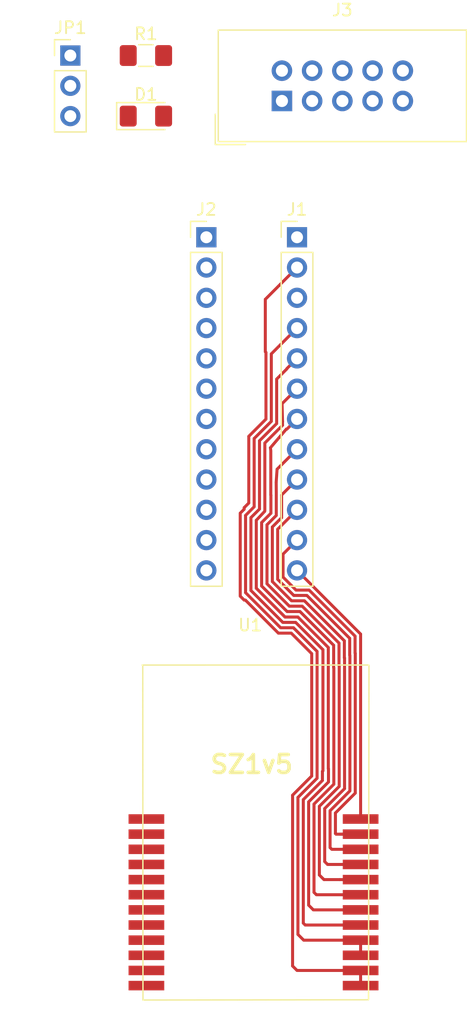
<source format=kicad_pcb>
(kicad_pcb (version 20171130) (host pcbnew "(5.1.5)-3")

  (general
    (thickness 1.6)
    (drawings 0)
    (tracks 153)
    (zones 0)
    (modules 8)
    (nets 32)
  )

  (page A4)
  (layers
    (0 F.Cu signal)
    (31 B.Cu signal hide)
    (32 B.Adhes user hide)
    (33 F.Adhes user)
    (34 B.Paste user hide)
    (35 F.Paste user)
    (36 B.SilkS user hide)
    (37 F.SilkS user)
    (38 B.Mask user hide)
    (39 F.Mask user)
    (40 Dwgs.User user hide)
    (41 Cmts.User user hide)
    (42 Eco1.User user)
    (43 Eco2.User user)
    (44 Edge.Cuts user)
    (45 Margin user)
    (46 B.CrtYd user hide)
    (47 F.CrtYd user)
    (48 B.Fab user hide)
    (49 F.Fab user)
  )

  (setup
    (last_trace_width 0.25)
    (trace_clearance 0.2)
    (zone_clearance 0.508)
    (zone_45_only no)
    (trace_min 0.2)
    (via_size 0.8)
    (via_drill 0.4)
    (via_min_size 0.4)
    (via_min_drill 0.3)
    (uvia_size 0.3)
    (uvia_drill 0.1)
    (uvias_allowed no)
    (uvia_min_size 0.2)
    (uvia_min_drill 0.1)
    (edge_width 0.05)
    (segment_width 0.2)
    (pcb_text_width 0.3)
    (pcb_text_size 1.5 1.5)
    (mod_edge_width 0.12)
    (mod_text_size 1 1)
    (mod_text_width 0.15)
    (pad_size 1.524 1.524)
    (pad_drill 0.762)
    (pad_to_mask_clearance 0.051)
    (solder_mask_min_width 0.25)
    (aux_axis_origin 0 0)
    (visible_elements 7FFFF7FF)
    (pcbplotparams
      (layerselection 0x010fc_ffffffff)
      (usegerberextensions false)
      (usegerberattributes false)
      (usegerberadvancedattributes false)
      (creategerberjobfile false)
      (excludeedgelayer true)
      (linewidth 0.100000)
      (plotframeref false)
      (viasonmask false)
      (mode 1)
      (useauxorigin false)
      (hpglpennumber 1)
      (hpglpenspeed 20)
      (hpglpendiameter 15.000000)
      (psnegative false)
      (psa4output false)
      (plotreference true)
      (plotvalue true)
      (plotinvisibletext false)
      (padsonsilk false)
      (subtractmaskfromsilk false)
      (outputformat 1)
      (mirror false)
      (drillshape 1)
      (scaleselection 1)
      (outputdirectory ""))
  )

  (net 0 "")
  (net 1 "Net-(D1-Pad1)")
  (net 2 Vcc)
  (net 3 P1.3)
  (net 4 P1.4)
  (net 5 P1.5)
  (net 6 P1.6)
  (net 7 P1.7)
  (net 8 P2.0)
  (net 9 Data\P2.1)
  (net 10 Clock\P2.2)
  (net 11 GND)
  (net 12 RST)
  (net 13 P0.0)
  (net 14 P0.1)
  (net 15 P0.2)
  (net 16 P0.3)
  (net 17 P0.4)
  (net 18 P0.5)
  (net 19 P0.6)
  (net 20 P0.7)
  (net 21 P1.0)
  (net 22 P1.1)
  (net 23 P1.2)
  (net 24 VSense)
  (net 25 "Net-(J3-Pad5)")
  (net 26 "Net-(J3-Pad6)")
  (net 27 "Net-(J3-Pad8)")
  (net 28 "Net-(J3-Pad9)")
  (net 29 "Net-(J3-Pad10)")
  (net 30 "Net-(U2-Pad9)")
  (net 31 "Net-(U2-Pad8)")

  (net_class Default "This is the default net class."
    (clearance 0.2)
    (trace_width 0.25)
    (via_dia 0.8)
    (via_drill 0.4)
    (uvia_dia 0.3)
    (uvia_drill 0.1)
    (add_net Clock\P2.2)
    (add_net Data\P2.1)
    (add_net GND)
    (add_net "Net-(D1-Pad1)")
    (add_net "Net-(J3-Pad10)")
    (add_net "Net-(J3-Pad5)")
    (add_net "Net-(J3-Pad6)")
    (add_net "Net-(J3-Pad8)")
    (add_net "Net-(J3-Pad9)")
    (add_net "Net-(U2-Pad8)")
    (add_net "Net-(U2-Pad9)")
    (add_net P0.0)
    (add_net P0.1)
    (add_net P0.2)
    (add_net P0.3)
    (add_net P0.4)
    (add_net P0.5)
    (add_net P0.6)
    (add_net P0.7)
    (add_net P1.0)
    (add_net P1.1)
    (add_net P1.2)
    (add_net P1.3)
    (add_net P1.4)
    (add_net P1.5)
    (add_net P1.6)
    (add_net P1.7)
    (add_net P2.0)
    (add_net RST)
    (add_net VSense)
    (add_net Vcc)
  )

  (module CustomZigbee:SZ1v5 (layer F.Cu) (tedit 5E678D76) (tstamp 5E6703B9)
    (at 0 26.67 180)
    (descr ConnectorMicromatch-32)
    (path /5E6964B9)
    (attr smd)
    (fp_text reference U1 (at 0.12954 17.00022) (layer F.SilkS)
      (effects (font (size 1 1) (thickness 0.15)))
    )
    (fp_text value SZ1v5 (at 0.25654 -5.45846) (layer F.Fab)
      (effects (font (size 1 1) (thickness 0.15)))
    )
    (fp_line (start -6.2484 8.382) (end -9.3472 11.5316) (layer F.CrtYd) (width 0.12))
    (fp_line (start -8.3312 13.0048) (end -3.7592 8.4836) (layer F.CrtYd) (width 0.12))
    (fp_line (start -6.0452 13.1064) (end -1.2192 8.4836) (layer F.CrtYd) (width 0.12))
    (fp_line (start -3.556 12.954) (end 1.3208 8.4836) (layer F.CrtYd) (width 0.12))
    (fp_line (start -1.0668 13.0048) (end 4.0132 8.4328) (layer F.CrtYd) (width 0.12))
    (fp_line (start 1.4224 13.0048) (end 6.6548 8.3312) (layer F.CrtYd) (width 0.12))
    (fp_line (start 3.8608 13.0048) (end 8.5344 9.0424) (layer F.CrtYd) (width 0.12))
    (fp_line (start 6.2992 13.0048) (end 8.5852 11.176) (layer F.CrtYd) (width 0.12))
    (fp_line (start -9.3472 8.4328) (end -9.3472 13.1064) (layer F.CrtYd) (width 0.12))
    (fp_line (start 8.4836 8.4328) (end -9.3472 8.4328) (layer F.CrtYd) (width 0.12))
    (fp_line (start 8.4836 13.1064) (end 8.4836 8.4328) (layer F.CrtYd) (width 0.12))
    (fp_line (start -9.2964 13.1064) (end 8.4836 13.1064) (layer F.CrtYd) (width 0.12))
    (fp_line (start 11.2776 -16.4084) (end -11.5824 -16.4084) (layer F.CrtYd) (width 0.12))
    (fp_line (start 11.2776 15.3416) (end 11.2776 -16.4084) (layer F.CrtYd) (width 0.12))
    (fp_line (start -11.5824 15.3416) (end 11.2776 15.3416) (layer F.CrtYd) (width 0.12))
    (fp_line (start -11.5824 -16.4084) (end -11.5824 15.3416) (layer F.CrtYd) (width 0.12))
    (fp_text user SZ1v5 (at 0.00254 5.32638 180) (layer F.SilkS)
      (effects (font (size 1.5 1.5) (thickness 0.3)))
    )
    (fp_line (start 9.15416 13.60932) (end 9.13638 -14.4145) (layer F.SilkS) (width 0.12))
    (fp_line (start -9.83996 13.6525) (end 9.20242 13.64996) (layer F.SilkS) (width 0.12))
    (fp_line (start -9.8171 -14.38656) (end -9.8552 13.59662) (layer F.SilkS) (width 0.12))
    (fp_line (start 9.13892 -14.44244) (end -9.81456 -14.42212) (layer F.SilkS) (width 0.12))
    (fp_line (start -10.9024 -15.0784) (end 10.5976 -15.0784) (layer F.CrtYd) (width 0.05))
    (fp_line (start -10.9024 7.6616) (end -10.9024 -15.0784) (layer F.CrtYd) (width 0.05))
    (fp_line (start 10.5976 7.6616) (end -10.9024 7.6616) (layer F.CrtYd) (width 0.05))
    (fp_line (start 10.5976 -15.0784) (end 10.5976 7.6616) (layer F.CrtYd) (width 0.05))
    (pad 12 smd rect (at -9.1524 0.7366 90) (size 0.8 3) (layers F.Cu F.Paste F.Mask)
      (net 3 P1.3))
    (pad 13 smd rect (at 8.8476 0.7366 90) (size 0.8 3) (layers F.Cu F.Paste F.Mask)
      (net 23 P1.2))
    (pad 11 smd rect (at -9.1524 -0.5334 90) (size 0.8 3) (layers F.Cu F.Paste F.Mask)
      (net 4 P1.4))
    (pad 14 smd rect (at 8.8476 -0.5334 90) (size 0.8 3) (layers F.Cu F.Paste F.Mask)
      (net 22 P1.1))
    (pad 10 smd rect (at -9.1524 -1.8034 90) (size 0.8 3) (layers F.Cu F.Paste F.Mask)
      (net 5 P1.5))
    (pad 15 smd rect (at 8.8476 -1.8034 90) (size 0.8 3) (layers F.Cu F.Paste F.Mask)
      (net 21 P1.0))
    (pad 9 smd rect (at -9.1524 -3.0734 90) (size 0.8 3) (layers F.Cu F.Paste F.Mask)
      (net 6 P1.6))
    (pad 16 smd rect (at 8.8476 -3.0734 90) (size 0.8 3) (layers F.Cu F.Paste F.Mask)
      (net 20 P0.7))
    (pad 8 smd rect (at -9.1524 -4.3434 90) (size 0.8 3) (layers F.Cu F.Paste F.Mask)
      (net 7 P1.7))
    (pad 17 smd rect (at 8.8476 -4.3434 90) (size 0.8 3) (layers F.Cu F.Paste F.Mask)
      (net 19 P0.6))
    (pad 7 smd rect (at -9.1524 -5.6134 90) (size 0.8 3) (layers F.Cu F.Paste F.Mask)
      (net 8 P2.0))
    (pad 18 smd rect (at 8.8476 -5.6134 90) (size 0.8 3) (layers F.Cu F.Paste F.Mask)
      (net 18 P0.5))
    (pad 6 smd rect (at -9.1524 -6.8834 90) (size 0.8 3) (layers F.Cu F.Paste F.Mask)
      (net 9 Data\P2.1))
    (pad 19 smd rect (at 8.8476 -6.8834 90) (size 0.8 3) (layers F.Cu F.Paste F.Mask)
      (net 17 P0.4))
    (pad 5 smd rect (at -9.1524 -8.1534 90) (size 0.8 3) (layers F.Cu F.Paste F.Mask)
      (net 10 Clock\P2.2))
    (pad 20 smd rect (at 8.8476 -8.1534 90) (size 0.8 3) (layers F.Cu F.Paste F.Mask)
      (net 16 P0.3))
    (pad 4 smd rect (at -9.1524 -9.4234 90) (size 0.8 3) (layers F.Cu F.Paste F.Mask)
      (net 2 Vcc))
    (pad 21 smd rect (at 8.8476 -9.4234 90) (size 0.8 3) (layers F.Cu F.Paste F.Mask)
      (net 15 P0.2))
    (pad 3 smd rect (at -9.1524 -10.6934 90) (size 0.8 3) (layers F.Cu F.Paste F.Mask)
      (net 2 Vcc))
    (pad 22 smd rect (at 8.8476 -10.6934 90) (size 0.8 3) (layers F.Cu F.Paste F.Mask)
      (net 14 P0.1))
    (pad 2 smd rect (at -9.1524 -11.9634 90) (size 0.8 3) (layers F.Cu F.Paste F.Mask)
      (net 11 GND))
    (pad 23 smd rect (at 8.8476 -11.9634 90) (size 0.8 3) (layers F.Cu F.Paste F.Mask)
      (net 13 P0.0))
    (pad 1 smd rect (at -9.1524 -13.2334 90) (size 0.8 3) (layers F.Cu F.Paste F.Mask)
      (net 11 GND))
    (pad 24 smd rect (at 8.8476 -13.2334 90) (size 0.8 3) (layers F.Cu F.Paste F.Mask)
      (net 12 RST))
  )

  (module Connector_IDC:IDC-Header_2x05_P2.54mm_Vertical (layer F.Cu) (tedit 59DE0611) (tstamp 5E672342)
    (at 2.54 -34.29 90)
    (descr "Through hole straight IDC box header, 2x05, 2.54mm pitch, double rows")
    (tags "Through hole IDC box header THT 2x05 2.54mm double row")
    (path /5E67584F)
    (fp_text reference J3 (at 7.62 5.08 180) (layer F.SilkS)
      (effects (font (size 1 1) (thickness 0.15)))
    )
    (fp_text value Conn_02x05_Odd_Even (at -5.08 6.35 180) (layer F.Fab)
      (effects (font (size 1 1) (thickness 0.15)))
    )
    (fp_text user %R (at 7.62 5.08 180) (layer F.Fab)
      (effects (font (size 1 1) (thickness 0.15)))
    )
    (fp_line (start 5.695 -5.1) (end 5.695 15.26) (layer F.Fab) (width 0.1))
    (fp_line (start 5.145 -4.56) (end 5.145 14.7) (layer F.Fab) (width 0.1))
    (fp_line (start -3.155 -5.1) (end -3.155 15.26) (layer F.Fab) (width 0.1))
    (fp_line (start -2.605 -4.56) (end -2.605 2.83) (layer F.Fab) (width 0.1))
    (fp_line (start -2.605 7.33) (end -2.605 14.7) (layer F.Fab) (width 0.1))
    (fp_line (start -2.605 2.83) (end -3.155 2.83) (layer F.Fab) (width 0.1))
    (fp_line (start -2.605 7.33) (end -3.155 7.33) (layer F.Fab) (width 0.1))
    (fp_line (start 5.695 -5.1) (end -3.155 -5.1) (layer F.Fab) (width 0.1))
    (fp_line (start 5.145 -4.56) (end -2.605 -4.56) (layer F.Fab) (width 0.1))
    (fp_line (start 5.695 15.26) (end -3.155 15.26) (layer F.Fab) (width 0.1))
    (fp_line (start 5.145 14.7) (end -2.605 14.7) (layer F.Fab) (width 0.1))
    (fp_line (start 5.695 -5.1) (end 5.145 -4.56) (layer F.Fab) (width 0.1))
    (fp_line (start 5.695 15.26) (end 5.145 14.7) (layer F.Fab) (width 0.1))
    (fp_line (start -3.155 -5.1) (end -2.605 -4.56) (layer F.Fab) (width 0.1))
    (fp_line (start -3.155 15.26) (end -2.605 14.7) (layer F.Fab) (width 0.1))
    (fp_line (start 5.95 -5.35) (end 5.95 15.51) (layer F.CrtYd) (width 0.05))
    (fp_line (start 5.95 15.51) (end -3.41 15.51) (layer F.CrtYd) (width 0.05))
    (fp_line (start -3.41 15.51) (end -3.41 -5.35) (layer F.CrtYd) (width 0.05))
    (fp_line (start -3.41 -5.35) (end 5.95 -5.35) (layer F.CrtYd) (width 0.05))
    (fp_line (start 5.945 -5.35) (end 5.945 15.51) (layer F.SilkS) (width 0.12))
    (fp_line (start 5.945 15.51) (end -3.405 15.51) (layer F.SilkS) (width 0.12))
    (fp_line (start -3.405 15.51) (end -3.405 -5.35) (layer F.SilkS) (width 0.12))
    (fp_line (start -3.405 -5.35) (end 5.945 -5.35) (layer F.SilkS) (width 0.12))
    (fp_line (start -3.655 -5.6) (end -3.655 -3.06) (layer F.SilkS) (width 0.12))
    (fp_line (start -3.655 -5.6) (end -1.115 -5.6) (layer F.SilkS) (width 0.12))
    (pad 1 thru_hole rect (at 0 0 90) (size 1.7272 1.7272) (drill 1.016) (layers *.Cu *.Mask)
      (net 11 GND))
    (pad 2 thru_hole oval (at 2.54 0 90) (size 1.7272 1.7272) (drill 1.016) (layers *.Cu *.Mask)
      (net 24 VSense))
    (pad 3 thru_hole oval (at 0 2.54 90) (size 1.7272 1.7272) (drill 1.016) (layers *.Cu *.Mask)
      (net 10 Clock\P2.2))
    (pad 4 thru_hole oval (at 2.54 2.54 90) (size 1.7272 1.7272) (drill 1.016) (layers *.Cu *.Mask)
      (net 9 Data\P2.1))
    (pad 5 thru_hole oval (at 0 5.08 90) (size 1.7272 1.7272) (drill 1.016) (layers *.Cu *.Mask)
      (net 25 "Net-(J3-Pad5)"))
    (pad 6 thru_hole oval (at 2.54 5.08 90) (size 1.7272 1.7272) (drill 1.016) (layers *.Cu *.Mask)
      (net 26 "Net-(J3-Pad6)"))
    (pad 7 thru_hole oval (at 0 7.62 90) (size 1.7272 1.7272) (drill 1.016) (layers *.Cu *.Mask)
      (net 12 RST))
    (pad 8 thru_hole oval (at 2.54 7.62 90) (size 1.7272 1.7272) (drill 1.016) (layers *.Cu *.Mask)
      (net 27 "Net-(J3-Pad8)"))
    (pad 9 thru_hole oval (at 0 10.16 90) (size 1.7272 1.7272) (drill 1.016) (layers *.Cu *.Mask)
      (net 28 "Net-(J3-Pad9)"))
    (pad 10 thru_hole oval (at 2.54 10.16 90) (size 1.7272 1.7272) (drill 1.016) (layers *.Cu *.Mask)
      (net 29 "Net-(J3-Pad10)"))
    (model ${KISYS3DMOD}/Connector_IDC.3dshapes/IDC-Header_2x05_P2.54mm_Vertical.wrl
      (at (xyz 0 0 0))
      (scale (xyz 1 1 1))
      (rotate (xyz 0 0 0))
    )
  )

  (module LED_SMD:LED_1206_3216Metric_Pad1.42x1.75mm_HandSolder (layer F.Cu) (tedit 5B4B45C9) (tstamp 5E6720D9)
    (at -8.89 -33.02)
    (descr "LED SMD 1206 (3216 Metric), square (rectangular) end terminal, IPC_7351 nominal, (Body size source: http://www.tortai-tech.com/upload/download/2011102023233369053.pdf), generated with kicad-footprint-generator")
    (tags "LED handsolder")
    (path /5E69F4E5)
    (attr smd)
    (fp_text reference D1 (at 0 -1.82) (layer F.SilkS)
      (effects (font (size 1 1) (thickness 0.15)))
    )
    (fp_text value LED (at 0 1.82) (layer F.Fab)
      (effects (font (size 1 1) (thickness 0.15)))
    )
    (fp_line (start 1.6 -0.8) (end -1.2 -0.8) (layer F.Fab) (width 0.1))
    (fp_line (start -1.2 -0.8) (end -1.6 -0.4) (layer F.Fab) (width 0.1))
    (fp_line (start -1.6 -0.4) (end -1.6 0.8) (layer F.Fab) (width 0.1))
    (fp_line (start -1.6 0.8) (end 1.6 0.8) (layer F.Fab) (width 0.1))
    (fp_line (start 1.6 0.8) (end 1.6 -0.8) (layer F.Fab) (width 0.1))
    (fp_line (start 1.6 -1.135) (end -2.46 -1.135) (layer F.SilkS) (width 0.12))
    (fp_line (start -2.46 -1.135) (end -2.46 1.135) (layer F.SilkS) (width 0.12))
    (fp_line (start -2.46 1.135) (end 1.6 1.135) (layer F.SilkS) (width 0.12))
    (fp_line (start -2.45 1.12) (end -2.45 -1.12) (layer F.CrtYd) (width 0.05))
    (fp_line (start -2.45 -1.12) (end 2.45 -1.12) (layer F.CrtYd) (width 0.05))
    (fp_line (start 2.45 -1.12) (end 2.45 1.12) (layer F.CrtYd) (width 0.05))
    (fp_line (start 2.45 1.12) (end -2.45 1.12) (layer F.CrtYd) (width 0.05))
    (fp_text user %R (at 0 0) (layer F.Fab)
      (effects (font (size 0.8 0.8) (thickness 0.12)))
    )
    (pad 1 smd roundrect (at -1.4875 0) (size 1.425 1.75) (layers F.Cu F.Paste F.Mask) (roundrect_rratio 0.175439)
      (net 1 "Net-(D1-Pad1)"))
    (pad 2 smd roundrect (at 1.4875 0) (size 1.425 1.75) (layers F.Cu F.Paste F.Mask) (roundrect_rratio 0.175439)
      (net 2 Vcc))
    (model ${KISYS3DMOD}/LED_SMD.3dshapes/LED_1206_3216Metric.wrl
      (at (xyz 0 0 0))
      (scale (xyz 1 1 1))
      (rotate (xyz 0 0 0))
    )
  )

  (module Connector_PinHeader_2.54mm:PinHeader_1x12_P2.54mm_Vertical (layer F.Cu) (tedit 59FED5CC) (tstamp 5E6719B7)
    (at 3.81 -22.86)
    (descr "Through hole straight pin header, 1x12, 2.54mm pitch, single row")
    (tags "Through hole pin header THT 1x12 2.54mm single row")
    (path /5E66FFFB)
    (fp_text reference J1 (at 0 -2.33) (layer F.SilkS)
      (effects (font (size 1 1) (thickness 0.15)))
    )
    (fp_text value Conn_01x12_Male (at 0 30.27) (layer F.Fab)
      (effects (font (size 1 1) (thickness 0.15)))
    )
    (fp_text user %R (at 2.54 13.97 90) (layer F.Fab)
      (effects (font (size 1 1) (thickness 0.15)))
    )
    (fp_line (start 1.8 -1.8) (end -1.8 -1.8) (layer F.CrtYd) (width 0.05))
    (fp_line (start 1.8 29.75) (end 1.8 -1.8) (layer F.CrtYd) (width 0.05))
    (fp_line (start -1.8 29.75) (end 1.8 29.75) (layer F.CrtYd) (width 0.05))
    (fp_line (start -1.8 -1.8) (end -1.8 29.75) (layer F.CrtYd) (width 0.05))
    (fp_line (start -1.33 -1.33) (end 0 -1.33) (layer F.SilkS) (width 0.12))
    (fp_line (start -1.33 0) (end -1.33 -1.33) (layer F.SilkS) (width 0.12))
    (fp_line (start -1.33 1.27) (end 1.33 1.27) (layer F.SilkS) (width 0.12))
    (fp_line (start 1.33 1.27) (end 1.33 29.27) (layer F.SilkS) (width 0.12))
    (fp_line (start -1.33 1.27) (end -1.33 29.27) (layer F.SilkS) (width 0.12))
    (fp_line (start -1.33 29.27) (end 1.33 29.27) (layer F.SilkS) (width 0.12))
    (fp_line (start -1.27 -0.635) (end -0.635 -1.27) (layer F.Fab) (width 0.1))
    (fp_line (start -1.27 29.21) (end -1.27 -0.635) (layer F.Fab) (width 0.1))
    (fp_line (start 1.27 29.21) (end -1.27 29.21) (layer F.Fab) (width 0.1))
    (fp_line (start 1.27 -1.27) (end 1.27 29.21) (layer F.Fab) (width 0.1))
    (fp_line (start -0.635 -1.27) (end 1.27 -1.27) (layer F.Fab) (width 0.1))
    (pad 12 thru_hole oval (at 0 27.94) (size 1.7 1.7) (drill 1) (layers *.Cu *.Mask)
      (net 3 P1.3))
    (pad 11 thru_hole oval (at 0 25.4) (size 1.7 1.7) (drill 1) (layers *.Cu *.Mask)
      (net 4 P1.4))
    (pad 10 thru_hole oval (at 0 22.86) (size 1.7 1.7) (drill 1) (layers *.Cu *.Mask)
      (net 5 P1.5))
    (pad 9 thru_hole oval (at 0 20.32) (size 1.7 1.7) (drill 1) (layers *.Cu *.Mask)
      (net 6 P1.6))
    (pad 8 thru_hole oval (at 0 17.78) (size 1.7 1.7) (drill 1) (layers *.Cu *.Mask)
      (net 7 P1.7))
    (pad 7 thru_hole oval (at 0 15.24) (size 1.7 1.7) (drill 1) (layers *.Cu *.Mask)
      (net 8 P2.0))
    (pad 6 thru_hole oval (at 0 12.7) (size 1.7 1.7) (drill 1) (layers *.Cu *.Mask)
      (net 9 Data\P2.1))
    (pad 5 thru_hole oval (at 0 10.16) (size 1.7 1.7) (drill 1) (layers *.Cu *.Mask)
      (net 10 Clock\P2.2))
    (pad 4 thru_hole oval (at 0 7.62) (size 1.7 1.7) (drill 1) (layers *.Cu *.Mask)
      (net 2 Vcc))
    (pad 3 thru_hole oval (at 0 5.08) (size 1.7 1.7) (drill 1) (layers *.Cu *.Mask)
      (net 2 Vcc))
    (pad 2 thru_hole oval (at 0 2.54) (size 1.7 1.7) (drill 1) (layers *.Cu *.Mask)
      (net 11 GND))
    (pad 1 thru_hole rect (at 0 0) (size 1.7 1.7) (drill 1) (layers *.Cu *.Mask)
      (net 11 GND))
    (model ${KISYS3DMOD}/Connector_PinHeader_2.54mm.3dshapes/PinHeader_1x12_P2.54mm_Vertical.wrl
      (at (xyz 0 0 0))
      (scale (xyz 1 1 1))
      (rotate (xyz 0 0 0))
    )
  )

  (module Connector_PinHeader_2.54mm:PinHeader_1x12_P2.54mm_Vertical (layer F.Cu) (tedit 59FED5CC) (tstamp 5E67195A)
    (at -3.81 -22.86)
    (descr "Through hole straight pin header, 1x12, 2.54mm pitch, single row")
    (tags "Through hole pin header THT 1x12 2.54mm single row")
    (path /5E671F26)
    (fp_text reference J2 (at 0 -2.33) (layer F.SilkS)
      (effects (font (size 1 1) (thickness 0.15)))
    )
    (fp_text value Conn_01x12_Male (at 0 30.27) (layer F.Fab)
      (effects (font (size 1 1) (thickness 0.15)))
    )
    (fp_line (start -0.635 -1.27) (end 1.27 -1.27) (layer F.Fab) (width 0.1))
    (fp_line (start 1.27 -1.27) (end 1.27 29.21) (layer F.Fab) (width 0.1))
    (fp_line (start 1.27 29.21) (end -1.27 29.21) (layer F.Fab) (width 0.1))
    (fp_line (start -1.27 29.21) (end -1.27 -0.635) (layer F.Fab) (width 0.1))
    (fp_line (start -1.27 -0.635) (end -0.635 -1.27) (layer F.Fab) (width 0.1))
    (fp_line (start -1.33 29.27) (end 1.33 29.27) (layer F.SilkS) (width 0.12))
    (fp_line (start -1.33 1.27) (end -1.33 29.27) (layer F.SilkS) (width 0.12))
    (fp_line (start 1.33 1.27) (end 1.33 29.27) (layer F.SilkS) (width 0.12))
    (fp_line (start -1.33 1.27) (end 1.33 1.27) (layer F.SilkS) (width 0.12))
    (fp_line (start -1.33 0) (end -1.33 -1.33) (layer F.SilkS) (width 0.12))
    (fp_line (start -1.33 -1.33) (end 0 -1.33) (layer F.SilkS) (width 0.12))
    (fp_line (start -1.8 -1.8) (end -1.8 29.75) (layer F.CrtYd) (width 0.05))
    (fp_line (start -1.8 29.75) (end 1.8 29.75) (layer F.CrtYd) (width 0.05))
    (fp_line (start 1.8 29.75) (end 1.8 -1.8) (layer F.CrtYd) (width 0.05))
    (fp_line (start 1.8 -1.8) (end -1.8 -1.8) (layer F.CrtYd) (width 0.05))
    (fp_text user %R (at 2.54 13.97 90) (layer F.Fab)
      (effects (font (size 1 1) (thickness 0.15)))
    )
    (pad 1 thru_hole rect (at 0 0) (size 1.7 1.7) (drill 1) (layers *.Cu *.Mask)
      (net 12 RST))
    (pad 2 thru_hole oval (at 0 2.54) (size 1.7 1.7) (drill 1) (layers *.Cu *.Mask)
      (net 13 P0.0))
    (pad 3 thru_hole oval (at 0 5.08) (size 1.7 1.7) (drill 1) (layers *.Cu *.Mask)
      (net 14 P0.1))
    (pad 4 thru_hole oval (at 0 7.62) (size 1.7 1.7) (drill 1) (layers *.Cu *.Mask)
      (net 15 P0.2))
    (pad 5 thru_hole oval (at 0 10.16) (size 1.7 1.7) (drill 1) (layers *.Cu *.Mask)
      (net 16 P0.3))
    (pad 6 thru_hole oval (at 0 12.7) (size 1.7 1.7) (drill 1) (layers *.Cu *.Mask)
      (net 17 P0.4))
    (pad 7 thru_hole oval (at 0 15.24) (size 1.7 1.7) (drill 1) (layers *.Cu *.Mask)
      (net 18 P0.5))
    (pad 8 thru_hole oval (at 0 17.78) (size 1.7 1.7) (drill 1) (layers *.Cu *.Mask)
      (net 19 P0.6))
    (pad 9 thru_hole oval (at 0 20.32) (size 1.7 1.7) (drill 1) (layers *.Cu *.Mask)
      (net 20 P0.7))
    (pad 10 thru_hole oval (at 0 22.86) (size 1.7 1.7) (drill 1) (layers *.Cu *.Mask)
      (net 21 P1.0))
    (pad 11 thru_hole oval (at 0 25.4) (size 1.7 1.7) (drill 1) (layers *.Cu *.Mask)
      (net 22 P1.1))
    (pad 12 thru_hole oval (at 0 27.94) (size 1.7 1.7) (drill 1) (layers *.Cu *.Mask)
      (net 23 P1.2))
    (model ${KISYS3DMOD}/Connector_PinHeader_2.54mm.3dshapes/PinHeader_1x12_P2.54mm_Vertical.wrl
      (at (xyz 0 0 0))
      (scale (xyz 1 1 1))
      (rotate (xyz 0 0 0))
    )
  )

  (module Connector_PinHeader_2.54mm:PinHeader_1x03_P2.54mm_Vertical (layer F.Cu) (tedit 59FED5CC) (tstamp 5E671F5F)
    (at -15.24 -38.1)
    (descr "Through hole straight pin header, 1x03, 2.54mm pitch, single row")
    (tags "Through hole pin header THT 1x03 2.54mm single row")
    (path /5E68925E)
    (fp_text reference JP1 (at 0 -2.33) (layer F.SilkS)
      (effects (font (size 1 1) (thickness 0.15)))
    )
    (fp_text value Jumper_3_Open (at 0 7.41) (layer F.Fab)
      (effects (font (size 1 1) (thickness 0.15)))
    )
    (fp_line (start -0.635 -1.27) (end 1.27 -1.27) (layer F.Fab) (width 0.1))
    (fp_line (start 1.27 -1.27) (end 1.27 6.35) (layer F.Fab) (width 0.1))
    (fp_line (start 1.27 6.35) (end -1.27 6.35) (layer F.Fab) (width 0.1))
    (fp_line (start -1.27 6.35) (end -1.27 -0.635) (layer F.Fab) (width 0.1))
    (fp_line (start -1.27 -0.635) (end -0.635 -1.27) (layer F.Fab) (width 0.1))
    (fp_line (start -1.33 6.41) (end 1.33 6.41) (layer F.SilkS) (width 0.12))
    (fp_line (start -1.33 1.27) (end -1.33 6.41) (layer F.SilkS) (width 0.12))
    (fp_line (start 1.33 1.27) (end 1.33 6.41) (layer F.SilkS) (width 0.12))
    (fp_line (start -1.33 1.27) (end 1.33 1.27) (layer F.SilkS) (width 0.12))
    (fp_line (start -1.33 0) (end -1.33 -1.33) (layer F.SilkS) (width 0.12))
    (fp_line (start -1.33 -1.33) (end 0 -1.33) (layer F.SilkS) (width 0.12))
    (fp_line (start -1.8 -1.8) (end -1.8 6.85) (layer F.CrtYd) (width 0.05))
    (fp_line (start -1.8 6.85) (end 1.8 6.85) (layer F.CrtYd) (width 0.05))
    (fp_line (start 1.8 6.85) (end 1.8 -1.8) (layer F.CrtYd) (width 0.05))
    (fp_line (start 1.8 -1.8) (end -1.8 -1.8) (layer F.CrtYd) (width 0.05))
    (fp_text user %R (at 0 2.54 90) (layer F.Fab)
      (effects (font (size 1 1) (thickness 0.15)))
    )
    (pad 1 thru_hole rect (at 0 0) (size 1.7 1.7) (drill 1) (layers *.Cu *.Mask)
      (net 28 "Net-(J3-Pad9)"))
    (pad 2 thru_hole oval (at 0 2.54) (size 1.7 1.7) (drill 1) (layers *.Cu *.Mask)
      (net 2 Vcc))
    (pad 3 thru_hole oval (at 0 5.08) (size 1.7 1.7) (drill 1) (layers *.Cu *.Mask)
      (net 2 Vcc))
    (model ${KISYS3DMOD}/Connector_PinHeader_2.54mm.3dshapes/PinHeader_1x03_P2.54mm_Vertical.wrl
      (at (xyz 0 0 0))
      (scale (xyz 1 1 1))
      (rotate (xyz 0 0 0))
    )
  )

  (module Resistor_SMD:R_1206_3216Metric_Pad1.42x1.75mm_HandSolder (layer F.Cu) (tedit 5B301BBD) (tstamp 5E671C56)
    (at -8.89 -38.1)
    (descr "Resistor SMD 1206 (3216 Metric), square (rectangular) end terminal, IPC_7351 nominal with elongated pad for handsoldering. (Body size source: http://www.tortai-tech.com/upload/download/2011102023233369053.pdf), generated with kicad-footprint-generator")
    (tags "resistor handsolder")
    (path /5E6A16D2)
    (attr smd)
    (fp_text reference R1 (at 0 -1.82) (layer F.SilkS)
      (effects (font (size 1 1) (thickness 0.15)))
    )
    (fp_text value 330 (at 0 1.82) (layer F.Fab)
      (effects (font (size 1 1) (thickness 0.15)))
    )
    (fp_line (start -1.6 0.8) (end -1.6 -0.8) (layer F.Fab) (width 0.1))
    (fp_line (start -1.6 -0.8) (end 1.6 -0.8) (layer F.Fab) (width 0.1))
    (fp_line (start 1.6 -0.8) (end 1.6 0.8) (layer F.Fab) (width 0.1))
    (fp_line (start 1.6 0.8) (end -1.6 0.8) (layer F.Fab) (width 0.1))
    (fp_line (start -0.602064 -0.91) (end 0.602064 -0.91) (layer F.SilkS) (width 0.12))
    (fp_line (start -0.602064 0.91) (end 0.602064 0.91) (layer F.SilkS) (width 0.12))
    (fp_line (start -2.45 1.12) (end -2.45 -1.12) (layer F.CrtYd) (width 0.05))
    (fp_line (start -2.45 -1.12) (end 2.45 -1.12) (layer F.CrtYd) (width 0.05))
    (fp_line (start 2.45 -1.12) (end 2.45 1.12) (layer F.CrtYd) (width 0.05))
    (fp_line (start 2.45 1.12) (end -2.45 1.12) (layer F.CrtYd) (width 0.05))
    (pad 1 smd roundrect (at -1.4875 0) (size 1.425 1.75) (layers F.Cu F.Paste F.Mask) (roundrect_rratio 0.175439)
      (net 11 GND))
    (pad 2 smd roundrect (at 1.4875 0) (size 1.425 1.75) (layers F.Cu F.Paste F.Mask) (roundrect_rratio 0.175439)
      (net 1 "Net-(D1-Pad1)"))
    (model ${KISYS3DMOD}/Resistor_SMD.3dshapes/R_1206_3216Metric.wrl
      (at (xyz 0 0 0))
      (scale (xyz 1 1 1))
      (rotate (xyz 0 0 0))
    )
  )

  (module RF_Module:E18-MS1-PCB (layer B.Cu) (tedit 5ACF9A19) (tstamp 5E67252C)
    (at 0 92.71)
    (descr http://www.cdebyte.com/en/downpdf.aspx?id=122)
    (tags Zigbee)
    (path /5E692DB2)
    (attr smd)
    (fp_text reference U2 (at 0 -13.5 180) (layer B.SilkS)
      (effects (font (size 1 1) (thickness 0.15)) (justify mirror))
    )
    (fp_text value E18-MS1-PCB (at 0 12.5 180) (layer B.Fab)
      (effects (font (size 1 1) (thickness 0.15)) (justify mirror))
    )
    (fp_line (start 7.05 -11.5) (end -7.05 -11.5) (layer B.Fab) (width 0.1))
    (fp_line (start -7.05 11.5) (end 7.05 11.5) (layer B.Fab) (width 0.1))
    (fp_line (start 7.05 11.5) (end 7.05 -11.5) (layer B.Fab) (width 0.1))
    (fp_line (start 7.05 6) (end -7.05 6) (layer B.Fab) (width 0.1))
    (fp_text user %R (at 0 0 180) (layer B.Fab)
      (effects (font (size 1 1) (thickness 0.15)) (justify mirror))
    )
    (fp_line (start -8.3 -12.75) (end -8.3 11.75) (layer B.CrtYd) (width 0.05))
    (fp_line (start -8.3 11.75) (end 8.3 11.75) (layer B.CrtYd) (width 0.05))
    (fp_line (start 8.3 11.75) (end 8.3 -12.75) (layer B.CrtYd) (width 0.05))
    (fp_line (start 8.3 -12.75) (end -8.3 -12.75) (layer B.CrtYd) (width 0.05))
    (fp_line (start -7.17 -11.62) (end -7.17 -10.05) (layer B.SilkS) (width 0.12))
    (fp_line (start -7.17 -11.62) (end -5.28 -11.62) (layer B.SilkS) (width 0.12))
    (fp_line (start 5.28 -11.62) (end 7.17 -11.62) (layer B.SilkS) (width 0.12))
    (fp_line (start 7.17 -11.62) (end 7.17 -10.05) (layer B.SilkS) (width 0.12))
    (fp_line (start 7.17 0.46) (end 7.17 11.62) (layer B.SilkS) (width 0.12))
    (fp_line (start 7.17 11.62) (end -7.17 11.62) (layer B.SilkS) (width 0.12))
    (fp_line (start -7.17 11.62) (end -7.17 0.46) (layer B.SilkS) (width 0.12))
    (fp_line (start -7.05 6) (end -7.05 11.5) (layer Dwgs.User) (width 0.1))
    (fp_line (start -7.05 11.5) (end 7.05 11.5) (layer Dwgs.User) (width 0.1))
    (fp_line (start 7.05 11.5) (end 7.05 6) (layer Dwgs.User) (width 0.1))
    (fp_line (start 7.05 6) (end -7.05 6) (layer Dwgs.User) (width 0.1))
    (fp_line (start -6 6) (end -7.05 7.05) (layer Dwgs.User) (width 0.1))
    (fp_line (start -5 6) (end -7.05 8.05) (layer Dwgs.User) (width 0.1))
    (fp_line (start -4 6) (end -7.05 9.05) (layer Dwgs.User) (width 0.1))
    (fp_line (start -3 6) (end -7.05 10.05) (layer Dwgs.User) (width 0.1))
    (fp_line (start -2 6) (end -7.05 11.05) (layer Dwgs.User) (width 0.1))
    (fp_line (start -1 6) (end -6.5 11.5) (layer Dwgs.User) (width 0.1))
    (fp_line (start 0 6) (end -5.5 11.5) (layer Dwgs.User) (width 0.1))
    (fp_line (start 1 6) (end -4.5 11.5) (layer Dwgs.User) (width 0.1))
    (fp_line (start 2 6) (end -3.5 11.5) (layer Dwgs.User) (width 0.1))
    (fp_line (start 3 6) (end -2.5 11.5) (layer Dwgs.User) (width 0.1))
    (fp_line (start 4 6) (end -1.5 11.5) (layer Dwgs.User) (width 0.1))
    (fp_line (start 5 6) (end -0.5 11.5) (layer Dwgs.User) (width 0.1))
    (fp_line (start 6 6) (end 0.5 11.5) (layer Dwgs.User) (width 0.1))
    (fp_line (start 7 6) (end 1.5 11.5) (layer Dwgs.User) (width 0.1))
    (fp_line (start 2.5 11.5) (end 7.05 6.95) (layer Dwgs.User) (width 0.1))
    (fp_line (start 7.05 7.95) (end 3.5 11.5) (layer Dwgs.User) (width 0.1))
    (fp_line (start 4.5 11.5) (end 7.05 8.95) (layer Dwgs.User) (width 0.1))
    (fp_line (start 7.05 9.95) (end 5.5 11.5) (layer Dwgs.User) (width 0.1))
    (fp_line (start 6.5 11.5) (end 7.05 10.95) (layer Dwgs.User) (width 0.1))
    (fp_text user "KEEP-OUT ZONE" (at 0 10 180) (layer Cmts.User)
      (effects (font (size 1 1) (thickness 0.15)))
    )
    (fp_text user "No metal, traces, or components" (at 0 8 180) (layer Cmts.User)
      (effects (font (size 0.4 0.4) (thickness 0.06)))
    )
    (fp_text user "on any PCB layer." (at 0 7 180) (layer Cmts.User)
      (effects (font (size 0.4 0.4) (thickness 0.06)))
    )
    (fp_line (start -7.17 0.46) (end -7.77 0.46) (layer B.SilkS) (width 0.12))
    (fp_line (start -7.05 0) (end -6.7 -0.35) (layer B.Fab) (width 0.1))
    (fp_line (start -6.7 -0.35) (end -7.05 -0.7) (layer B.Fab) (width 0.1))
    (fp_line (start -7.05 11.5) (end -7.05 0) (layer B.Fab) (width 0.1))
    (fp_line (start -7.05 -0.7) (end -7.05 -11.5) (layer B.Fab) (width 0.1))
    (pad 17 smd rect (at 7.05 -9.24 270) (size 0.7 2) (layers B.Cu B.Paste B.Mask)
      (net 19 P0.6))
    (pad 18 smd rect (at 7.05 -7.97 270) (size 0.7 2) (layers B.Cu B.Paste B.Mask)
      (net 18 P0.5))
    (pad 19 smd rect (at 7.05 -6.7 270) (size 0.7 2) (layers B.Cu B.Paste B.Mask)
      (net 17 P0.4))
    (pad 20 smd rect (at 7.05 -5.43 270) (size 0.7 2) (layers B.Cu B.Paste B.Mask)
      (net 16 P0.3))
    (pad 21 smd rect (at 7.05 -4.16 270) (size 0.7 2) (layers B.Cu B.Paste B.Mask)
      (net 15 P0.2))
    (pad 22 smd rect (at 7.05 -2.89 270) (size 0.7 2) (layers B.Cu B.Paste B.Mask)
      (net 14 P0.1))
    (pad 23 smd rect (at 7.05 -1.62 270) (size 0.7 2) (layers B.Cu B.Paste B.Mask)
      (net 13 P0.0))
    (pad 24 smd rect (at 7.05 -0.35 270) (size 0.7 2) (layers B.Cu B.Paste B.Mask)
      (net 12 RST))
    (pad 9 smd rect (at -4.46 -11.5 180) (size 0.7 2) (layers B.Cu B.Paste B.Mask)
      (net 30 "Net-(U2-Pad9)"))
    (pad 10 smd rect (at -3.19 -11.5 180) (size 0.7 2) (layers B.Cu B.Paste B.Mask)
      (net 5 P1.5))
    (pad 11 smd rect (at -1.92 -11.5 180) (size 0.7 2) (layers B.Cu B.Paste B.Mask)
      (net 4 P1.4))
    (pad 12 smd rect (at -0.65 -11.5 180) (size 0.7 2) (layers B.Cu B.Paste B.Mask)
      (net 3 P1.3))
    (pad 13 smd rect (at 0.62 -11.5 180) (size 0.7 2) (layers B.Cu B.Paste B.Mask)
      (net 23 P1.2))
    (pad 14 smd rect (at 1.89 -11.5 180) (size 0.7 2) (layers B.Cu B.Paste B.Mask)
      (net 22 P1.1))
    (pad 15 smd rect (at 3.16 -11.5 180) (size 0.7 2) (layers B.Cu B.Paste B.Mask)
      (net 21 P1.0))
    (pad 16 smd rect (at 4.43 -11.5 180) (size 0.7 2) (layers B.Cu B.Paste B.Mask)
      (net 20 P0.7))
    (pad 1 smd rect (at -7.05 -0.35 90) (size 0.7 2) (layers B.Cu B.Paste B.Mask)
      (net 11 GND))
    (pad 2 smd rect (at -7.05 -1.62 90) (size 0.7 2) (layers B.Cu B.Paste B.Mask)
      (net 2 Vcc))
    (pad 3 smd rect (at -7.05 -2.89 90) (size 0.7 2) (layers B.Cu B.Paste B.Mask)
      (net 10 Clock\P2.2))
    (pad 4 smd rect (at -7.05 -4.16 90) (size 0.7 2) (layers B.Cu B.Paste B.Mask)
      (net 9 Data\P2.1))
    (pad 5 smd rect (at -7.05 -5.43 90) (size 0.7 2) (layers B.Cu B.Paste B.Mask)
      (net 8 P2.0))
    (pad 6 smd rect (at -7.05 -6.7 90) (size 0.7 2) (layers B.Cu B.Paste B.Mask)
      (net 7 P1.7))
    (pad 7 smd rect (at -7.05 -7.97 90) (size 0.7 2) (layers B.Cu B.Paste B.Mask)
      (net 6 P1.6))
    (pad 8 smd rect (at -7.05 -9.24 90) (size 0.7 2) (layers B.Cu B.Paste B.Mask)
      (net 31 "Net-(U2-Pad8)"))
    (model ${KISYS3DMOD}/RF_Module.3dshapes/E18-MS1-PCB.wrl
      (at (xyz 0 0 0))
      (scale (xyz 1 1 1))
      (rotate (xyz 0 0 0))
    )
  )

  (segment (start 1.648685 -7.420828) (end 1.648685 -13.078685) (width 0.25) (layer F.Cu) (net 2))
  (segment (start 1.648685 -13.078685) (end 1.651 -13.081) (width 0.25) (layer F.Cu) (net 2))
  (segment (start 3.88573 24.1206) (end 5.49359 22.51274) (width 0.25) (layer F.Cu) (net 2))
  (segment (start 0.205807 -0.252194) (end 0.205807 -5.97795) (width 0.25) (layer F.Cu) (net 2))
  (segment (start 0.205807 -5.97795) (end 1.648685 -7.420828) (width 0.25) (layer F.Cu) (net 2))
  (segment (start 3.88573 35.61033) (end 3.88573 24.1206) (width 0.25) (layer F.Cu) (net 2))
  (segment (start 4.3688 36.0934) (end 3.88573 35.61033) (width 0.25) (layer F.Cu) (net 2))
  (segment (start 5.49359 22.51274) (end 5.49359 11.87604) (width 0.25) (layer F.Cu) (net 2))
  (segment (start -0.515064 6.948808) (end -0.515065 0.468678) (width 0.25) (layer F.Cu) (net 2))
  (segment (start 9.1524 36.0934) (end 4.3688 36.0934) (width 0.25) (layer F.Cu) (net 2))
  (segment (start 2.427748 9.89162) (end -0.515064 6.948808) (width 0.25) (layer F.Cu) (net 2))
  (segment (start 1.651 -13.081) (end 3.81 -15.24) (width 0.25) (layer F.Cu) (net 2))
  (segment (start 5.49359 11.87604) (end 3.50917 9.89162) (width 0.25) (layer F.Cu) (net 2))
  (segment (start -0.515065 0.468678) (end 0.205807 -0.252194) (width 0.25) (layer F.Cu) (net 2))
  (segment (start 3.50917 9.89162) (end 2.427748 9.89162) (width 0.25) (layer F.Cu) (net 2))
  (segment (start 9.1524 36.0934) (end 9.1524 37.3634) (width 0.25) (layer F.Cu) (net 2))
  (segment (start 9.1524 10.4224) (end 3.81 5.08) (width 0.25) (layer F.Cu) (net 3))
  (segment (start 9.1524 25.9334) (end 9.1524 10.4224) (width 0.25) (layer F.Cu) (net 3))
  (segment (start 7.4024 27.2034) (end 9.1524 27.2034) (width 0.25) (layer F.Cu) (net 4))
  (segment (start 4.82459 6.731) (end 8.6868 10.59321) (width 0.25) (layer F.Cu) (net 4))
  (segment (start 8.6868 10.59321) (end 8.6868 12.0142) (width 0.25) (layer F.Cu) (net 4))
  (segment (start 7.0358 25.4254) (end 7.0358 27.1526) (width 0.25) (layer F.Cu) (net 4))
  (segment (start 3.721998 6.731) (end 4.82459 6.731) (width 0.25) (layer F.Cu) (net 4))
  (segment (start 3.81 2.54) (end 2.634999 3.715001) (width 0.25) (layer F.Cu) (net 4))
  (segment (start 2.634999 5.644001) (end 3.721998 6.731) (width 0.25) (layer F.Cu) (net 4))
  (segment (start 7.0866 27.2034) (end 9.1524 27.2034) (width 0.25) (layer F.Cu) (net 4))
  (segment (start 2.634999 3.715001) (end 2.634999 5.644001) (width 0.25) (layer F.Cu) (net 4))
  (segment (start 8.70239 12.02979) (end 8.70239 23.75881) (width 0.25) (layer F.Cu) (net 4))
  (segment (start 8.6868 12.0142) (end 8.70239 12.02979) (width 0.25) (layer F.Cu) (net 4))
  (segment (start 8.70239 23.75881) (end 7.0358 25.4254) (width 0.25) (layer F.Cu) (net 4))
  (segment (start 7.0358 27.1526) (end 7.0866 27.2034) (width 0.25) (layer F.Cu) (net 4))
  (segment (start 4.63819 7.18101) (end 8.23679 10.77961) (width 0.25) (layer F.Cu) (net 5))
  (segment (start 3.535598 7.18101) (end 4.63819 7.18101) (width 0.25) (layer F.Cu) (net 5))
  (segment (start 2.18499 5.830402) (end 3.535598 7.18101) (width 0.25) (layer F.Cu) (net 5))
  (segment (start 3.81 0) (end 2.184989 1.625011) (width 0.25) (layer F.Cu) (net 5))
  (segment (start 6.58579 28.32819) (end 6.731 28.4734) (width 0.25) (layer F.Cu) (net 5))
  (segment (start 8.23679 10.77961) (end 8.236791 12.200601) (width 0.25) (layer F.Cu) (net 5))
  (segment (start 8.236791 12.200601) (end 8.25238 12.21619) (width 0.25) (layer F.Cu) (net 5))
  (segment (start 8.25238 12.21619) (end 8.25238 23.57241) (width 0.25) (layer F.Cu) (net 5))
  (segment (start 6.58579 25.239) (end 6.58579 28.32819) (width 0.25) (layer F.Cu) (net 5))
  (segment (start 6.731 28.4734) (end 9.1524 28.4734) (width 0.25) (layer F.Cu) (net 5))
  (segment (start 2.184989 1.625011) (end 2.18499 5.830402) (width 0.25) (layer F.Cu) (net 5))
  (segment (start 8.25238 23.57241) (end 6.58579 25.239) (width 0.25) (layer F.Cu) (net 5))
  (segment (start 6.3754 29.7434) (end 9.1524 29.7434) (width 0.25) (layer F.Cu) (net 6))
  (segment (start 6.13578 29.50378) (end 6.3754 29.7434) (width 0.25) (layer F.Cu) (net 6))
  (segment (start 6.13578 25.0526) (end 6.13578 29.50378) (width 0.25) (layer F.Cu) (net 6))
  (segment (start 1.734981 6.016803) (end 3.349198 7.63102) (width 0.25) (layer F.Cu) (net 6))
  (segment (start 2.5146 0.65899) (end 1.73498 1.438612) (width 0.25) (layer F.Cu) (net 6))
  (segment (start 3.81 -2.54) (end 2.5146 -1.2446) (width 0.25) (layer F.Cu) (net 6))
  (segment (start 1.73498 1.438612) (end 1.734981 6.016803) (width 0.25) (layer F.Cu) (net 6))
  (segment (start 7.80237 23.38601) (end 6.13578 25.0526) (width 0.25) (layer F.Cu) (net 6))
  (segment (start 3.349198 7.63102) (end 4.43062 7.63102) (width 0.25) (layer F.Cu) (net 6))
  (segment (start 7.786782 10.987182) (end 7.786782 12.409582) (width 0.25) (layer F.Cu) (net 6))
  (segment (start 2.5146 -1.2446) (end 2.5146 0.65899) (width 0.25) (layer F.Cu) (net 6))
  (segment (start 4.43062 7.63102) (end 7.786782 10.987182) (width 0.25) (layer F.Cu) (net 6))
  (segment (start 7.786782 12.409582) (end 7.80237 12.42517) (width 0.25) (layer F.Cu) (net 6))
  (segment (start 7.80237 12.42517) (end 7.80237 23.38601) (width 0.25) (layer F.Cu) (net 6))
  (segment (start 7.4024 31.0134) (end 9.1524 31.0134) (width 0.25) (layer F.Cu) (net 7))
  (segment (start 5.68577 30.62857) (end 6.0706 31.0134) (width 0.25) (layer F.Cu) (net 7))
  (segment (start 6.0706 31.0134) (end 7.4024 31.0134) (width 0.25) (layer F.Cu) (net 7))
  (segment (start 5.68577 24.8662) (end 5.68577 30.62857) (width 0.25) (layer F.Cu) (net 7))
  (segment (start 7.35236 13.06736) (end 7.35236 23.19961) (width 0.25) (layer F.Cu) (net 7))
  (segment (start 7.35236 23.19961) (end 5.68577 24.8662) (width 0.25) (layer F.Cu) (net 7))
  (segment (start 2.06459 -1.431) (end 2.06459 0.472592) (width 0.25) (layer F.Cu) (net 7))
  (segment (start 1.284971 1.252213) (end 1.284972 6.203204) (width 0.25) (layer F.Cu) (net 7))
  (segment (start 2.1336 -3.4036) (end 2.0574 -2.3114) (width 0.25) (layer F.Cu) (net 7))
  (segment (start 2.06459 0.472592) (end 1.284971 1.252213) (width 0.25) (layer F.Cu) (net 7))
  (segment (start 1.284972 6.203204) (end 3.162798 8.08103) (width 0.25) (layer F.Cu) (net 7))
  (segment (start 3.162798 8.08103) (end 4.24422 8.08103) (width 0.25) (layer F.Cu) (net 7))
  (segment (start 2.0574 -2.3114) (end 2.06459 -1.431) (width 0.25) (layer F.Cu) (net 7))
  (segment (start 3.81 -5.08) (end 2.1336 -3.4036) (width 0.25) (layer F.Cu) (net 7))
  (segment (start 4.24422 8.08103) (end 7.336772 11.173582) (width 0.25) (layer F.Cu) (net 7))
  (segment (start 7.336772 11.173582) (end 7.336772 13.051772) (width 0.25) (layer F.Cu) (net 7))
  (segment (start 7.336772 13.051772) (end 7.35236 13.06736) (width 0.25) (layer F.Cu) (net 7))
  (segment (start 5.4356 32.2834) (end 9.1524 32.2834) (width 0.25) (layer F.Cu) (net 8))
  (segment (start 5.23576 24.6798) (end 5.23576 32.08356) (width 0.25) (layer F.Cu) (net 8))
  (segment (start 5.23576 32.08356) (end 5.4356 32.2834) (width 0.25) (layer F.Cu) (net 8))
  (segment (start 6.90235 23.01321) (end 5.23576 24.6798) (width 0.25) (layer F.Cu) (net 8))
  (segment (start 6.90235 13.25376) (end 6.90235 23.01321) (width 0.25) (layer F.Cu) (net 8))
  (segment (start 6.886762 13.238172) (end 6.90235 13.25376) (width 0.25) (layer F.Cu) (net 8))
  (segment (start 6.886762 11.359982) (end 6.886762 13.238172) (width 0.25) (layer F.Cu) (net 8))
  (segment (start 4.05782 8.53104) (end 6.886762 11.359982) (width 0.25) (layer F.Cu) (net 8))
  (segment (start 2.976398 8.53104) (end 4.05782 8.53104) (width 0.25) (layer F.Cu) (net 8))
  (segment (start 1.5748 -5.207) (end 1.605884 -4.947316) (width 0.25) (layer F.Cu) (net 8))
  (segment (start 2.909201 -6.770001) (end 1.5748 -5.207) (width 0.25) (layer F.Cu) (net 8))
  (segment (start 3.81 -7.62) (end 2.960001 -6.770001) (width 0.25) (layer F.Cu) (net 8))
  (segment (start 2.960001 -6.770001) (end 2.909201 -6.770001) (width 0.25) (layer F.Cu) (net 8))
  (segment (start 1.605884 -1.238916) (end 1.61458 -1.23022) (width 0.25) (layer F.Cu) (net 8))
  (segment (start 1.61458 -1.23022) (end 1.61458 0.286194) (width 0.25) (layer F.Cu) (net 8))
  (segment (start 1.605884 -4.947316) (end 1.605884 -1.238916) (width 0.25) (layer F.Cu) (net 8))
  (segment (start 0.834962 1.065814) (end 0.834963 6.389605) (width 0.25) (layer F.Cu) (net 8))
  (segment (start 1.61458 0.286194) (end 0.834962 1.065814) (width 0.25) (layer F.Cu) (net 8))
  (segment (start 0.834963 6.389605) (end 2.976398 8.53104) (width 0.25) (layer F.Cu) (net 8))
  (segment (start 2.800548 8.9916) (end 3.88197 8.9916) (width 0.25) (layer F.Cu) (net 9))
  (segment (start 0.384954 6.576006) (end 2.800548 8.9916) (width 0.25) (layer F.Cu) (net 9))
  (segment (start 4.78575 33.15755) (end 5.1816 33.5534) (width 0.25) (layer F.Cu) (net 9))
  (segment (start 4.78575 24.4934) (end 4.78575 33.15755) (width 0.25) (layer F.Cu) (net 9))
  (segment (start 6.436752 11.546382) (end 6.436752 21.702152) (width 0.25) (layer F.Cu) (net 9))
  (segment (start 5.1816 33.5534) (end 9.1524 33.5534) (width 0.25) (layer F.Cu) (net 9))
  (segment (start 3.88197 8.9916) (end 6.436752 11.546382) (width 0.25) (layer F.Cu) (net 9))
  (segment (start 6.436752 21.702152) (end 6.45234 21.71774) (width 0.25) (layer F.Cu) (net 9))
  (segment (start 6.45234 21.71774) (end 6.45234 22.82681) (width 0.25) (layer F.Cu) (net 9))
  (segment (start 6.45234 22.82681) (end 4.78575 24.4934) (width 0.25) (layer F.Cu) (net 9))
  (segment (start 3.81 -10.16) (end 2.553266 -8.903266) (width 0.25) (layer F.Cu) (net 9))
  (segment (start 2.5908 -7.4168) (end 2.553266 -7.050476) (width 0.25) (layer F.Cu) (net 9))
  (segment (start 2.553266 -8.903266) (end 2.5908 -7.4168) (width 0.25) (layer F.Cu) (net 9))
  (segment (start 2.5908 -7.090123) (end 2.5908 -7.4168) (width 0.25) (layer F.Cu) (net 9))
  (segment (start 1.105827 -5.60515) (end 2.5908 -7.090123) (width 0.25) (layer F.Cu) (net 9))
  (segment (start 1.105827 0.058446) (end 1.105827 -5.60515) (width 0.25) (layer F.Cu) (net 9))
  (segment (start 2.80055 8.9916) (end 0.384954 6.576004) (width 0.25) (layer F.Cu) (net 9))
  (segment (start 3.88197 8.9916) (end 2.80055 8.9916) (width 0.25) (layer F.Cu) (net 9))
  (segment (start 0.384954 6.576004) (end 0.384953 0.879414) (width 0.25) (layer F.Cu) (net 9))
  (segment (start 0.384953 0.879414) (end 1.0922 0.127) (width 0.25) (layer F.Cu) (net 9))
  (segment (start 1.0922 0.127) (end 1.105827 0.058446) (width 0.25) (layer F.Cu) (net 9))
  (segment (start 4.4958 34.8234) (end 9.1524 34.8234) (width 0.25) (layer F.Cu) (net 10))
  (segment (start 4.33574 24.307) (end 4.33574 34.66334) (width 0.25) (layer F.Cu) (net 10))
  (segment (start 5.986742 21.888552) (end 5.9436 21.931694) (width 0.25) (layer F.Cu) (net 10))
  (segment (start 2.098695 -7.234428) (end 0.655817 -5.79155) (width 0.25) (layer F.Cu) (net 10))
  (segment (start 5.9436 22.69914) (end 4.33574 24.307) (width 0.25) (layer F.Cu) (net 10))
  (segment (start 0.655817 -5.79155) (end 0.655817 -0.065794) (width 0.25) (layer F.Cu) (net 10))
  (segment (start 4.33574 34.66334) (end 4.4958 34.8234) (width 0.25) (layer F.Cu) (net 10))
  (segment (start 2.960001 -11.824601) (end 2.098695 -10.963295) (width 0.25) (layer F.Cu) (net 10))
  (segment (start 2.098695 -10.963295) (end 2.098695 -7.234428) (width 0.25) (layer F.Cu) (net 10))
  (segment (start -0.065055 0.655078) (end -0.065055 6.762407) (width 0.25) (layer F.Cu) (net 10))
  (segment (start 3.81 -12.7) (end 2.960001 -11.850001) (width 0.25) (layer F.Cu) (net 10))
  (segment (start 5.986742 11.732782) (end 5.986742 21.888552) (width 0.25) (layer F.Cu) (net 10))
  (segment (start 2.960001 -11.850001) (end 2.960001 -11.824601) (width 0.25) (layer F.Cu) (net 10))
  (segment (start 0.655817 -0.065794) (end -0.065055 0.655078) (width 0.25) (layer F.Cu) (net 10))
  (segment (start -0.065055 6.762407) (end 2.614148 9.44161) (width 0.25) (layer F.Cu) (net 10))
  (segment (start 2.614148 9.44161) (end 3.69557 9.44161) (width 0.25) (layer F.Cu) (net 10))
  (segment (start 5.9436 21.931694) (end 5.9436 22.69914) (width 0.25) (layer F.Cu) (net 10))
  (segment (start 3.69557 9.44161) (end 5.986742 11.732782) (width 0.25) (layer F.Cu) (net 10))
  (segment (start 3.81 38.6334) (end 9.1524 38.6334) (width 0.25) (layer F.Cu) (net 11))
  (segment (start 3.43572 38.25912) (end 3.81 38.6334) (width 0.25) (layer F.Cu) (net 11))
  (segment (start 3.43572 23.9342) (end 3.43572 38.25912) (width 0.25) (layer F.Cu) (net 11))
  (segment (start 5.04358 22.32634) (end 3.43572 23.9342) (width 0.25) (layer F.Cu) (net 11))
  (segment (start 3.32277 10.34163) (end 5.04358 12.06244) (width 0.25) (layer F.Cu) (net 11))
  (segment (start 5.04358 12.06244) (end 5.04358 22.32634) (width 0.25) (layer F.Cu) (net 11))
  (segment (start 2.241348 10.34163) (end 3.32277 10.34163) (width 0.25) (layer F.Cu) (net 11))
  (segment (start -0.531082 7.5692) (end 2.241348 10.34163) (width 0.25) (layer F.Cu) (net 11))
  (segment (start -0.635 7.5692) (end -0.531082 7.5692) (width 0.25) (layer F.Cu) (net 11))
  (segment (start 1.198675 -7.607228) (end -0.244203 -6.16435) (width 0.25) (layer F.Cu) (net 11))
  (segment (start 1.198675 -13.203125) (end 1.198675 -7.607228) (width 0.25) (layer F.Cu) (net 11))
  (segment (start -0.635 -0.047797) (end -0.965074 0.282279) (width 0.25) (layer F.Cu) (net 11))
  (segment (start 1.143 -13.2588) (end 1.198675 -13.203125) (width 0.25) (layer F.Cu) (net 11))
  (segment (start 1.143 -17.653) (end 1.143 -13.2588) (width 0.25) (layer F.Cu) (net 11))
  (segment (start -0.244203 -6.16435) (end -0.244203 -0.568597) (width 0.25) (layer F.Cu) (net 11))
  (segment (start 3.81 -20.32) (end 1.143 -17.653) (width 0.25) (layer F.Cu) (net 11))
  (segment (start -0.244203 -0.568597) (end -0.635 -0.1778) (width 0.25) (layer F.Cu) (net 11))
  (segment (start -0.635 -0.1778) (end -0.635 -0.047797) (width 0.25) (layer F.Cu) (net 11))
  (segment (start -0.965074 7.239126) (end -0.635 7.5692) (width 0.25) (layer F.Cu) (net 11))
  (segment (start -0.965074 0.282279) (end -0.965074 7.239126) (width 0.25) (layer F.Cu) (net 11))
  (segment (start 9.1524 38.6334) (end 9.1524 39.9034) (width 0.25) (layer F.Cu) (net 11))

)

</source>
